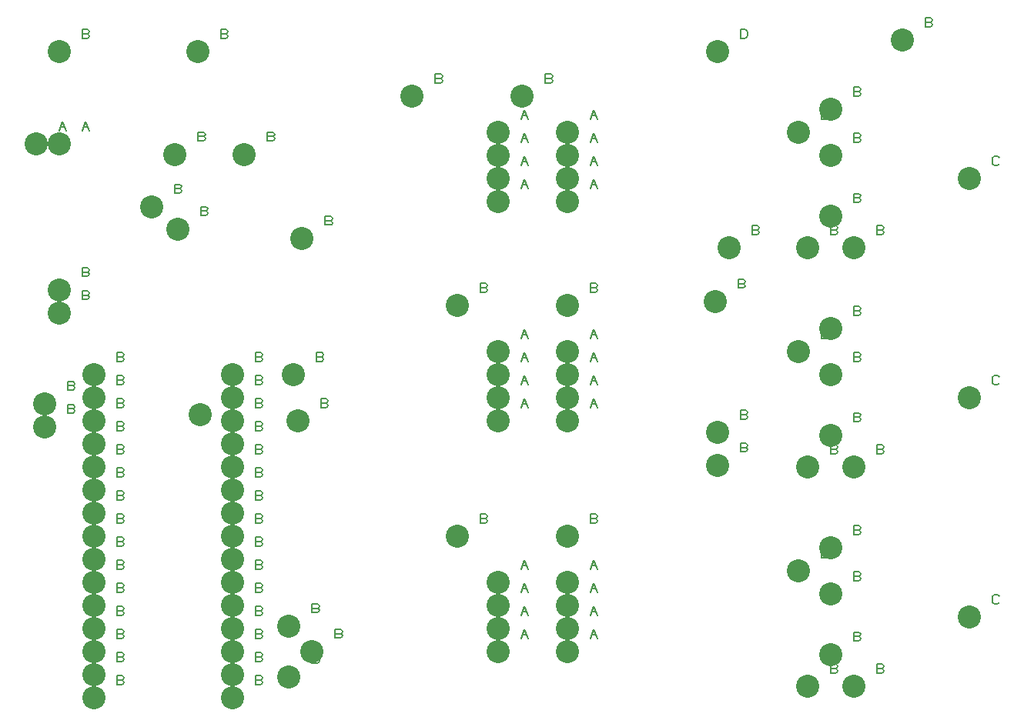
<source format=gbr>
G04 EasyPC Gerber Version 20.0.2 Build 4112 *
G04 #@! TF.Part,Single*
%FSLAX35Y35*%
%MOIN*%
%ADD82C,0.00500*%
G04 #@! TA.AperFunction,ComponentPad*
%ADD85C,0.10000*%
X0Y0D02*
D02*
D82*
X53250Y274168D02*
X54813Y277918D01*
X56375Y274168*
X53875Y275730D02*
X55750D01*
X59213Y153578D02*
X59838Y153266D01*
X60151Y152641*
X59838Y152016*
X59213Y151703*
X57026*
Y155453*
X59213*
X59838Y155141*
X60151Y154516*
X59838Y153891*
X59213Y153578*
X57026*
X59213Y163578D02*
X59838Y163266D01*
X60151Y162641*
X59838Y162016*
X59213Y161703*
X57026*
Y165453*
X59213*
X59838Y165141*
X60151Y164516*
X59838Y163891*
X59213Y163578*
X57026*
X65437Y202874D02*
X66063Y202561D01*
X66375Y201936*
X66063Y201311*
X65437Y200998*
X63250*
Y204748*
X65437*
X66063Y204436*
X66375Y203811*
X66063Y203186*
X65437Y202874*
X63250*
X65437Y212874D02*
X66063Y212561D01*
X66375Y211936*
X66063Y211311*
X65437Y210998*
X63250*
Y214748*
X65437*
X66063Y214436*
X66375Y213811*
X66063Y213186*
X65437Y212874*
X63250*
Y274168D02*
X64813Y277918D01*
X66375Y274168*
X63875Y275730D02*
X65750D01*
X65437Y316043D02*
X66063Y315730D01*
X66375Y315106*
X66063Y314480*
X65437Y314168*
X63250*
Y317918*
X65437*
X66063Y317606*
X66375Y316980*
X66063Y316356*
X65437Y316043*
X63250*
X80437Y36043D02*
X81063Y35730D01*
X81375Y35106*
X81063Y34480*
X80437Y34168*
X78250*
Y37918*
X80437*
X81063Y37606*
X81375Y36980*
X81063Y36356*
X80437Y36043*
X78250*
X80437Y46043D02*
X81063Y45730D01*
X81375Y45106*
X81063Y44480*
X80437Y44168*
X78250*
Y47918*
X80437*
X81063Y47606*
X81375Y46980*
X81063Y46356*
X80437Y46043*
X78250*
X80437Y56043D02*
X81063Y55730D01*
X81375Y55106*
X81063Y54480*
X80437Y54168*
X78250*
Y57918*
X80437*
X81063Y57606*
X81375Y56980*
X81063Y56356*
X80437Y56043*
X78250*
X80437Y66043D02*
X81063Y65730D01*
X81375Y65106*
X81063Y64480*
X80437Y64168*
X78250*
Y67918*
X80437*
X81063Y67606*
X81375Y66980*
X81063Y66356*
X80437Y66043*
X78250*
X80437Y76043D02*
X81063Y75730D01*
X81375Y75106*
X81063Y74480*
X80437Y74168*
X78250*
Y77918*
X80437*
X81063Y77606*
X81375Y76980*
X81063Y76356*
X80437Y76043*
X78250*
X80437Y86043D02*
X81063Y85730D01*
X81375Y85106*
X81063Y84480*
X80437Y84168*
X78250*
Y87918*
X80437*
X81063Y87606*
X81375Y86980*
X81063Y86356*
X80437Y86043*
X78250*
X80437Y96043D02*
X81063Y95730D01*
X81375Y95106*
X81063Y94480*
X80437Y94168*
X78250*
Y97918*
X80437*
X81063Y97606*
X81375Y96980*
X81063Y96356*
X80437Y96043*
X78250*
X80437Y106043D02*
X81063Y105730D01*
X81375Y105106*
X81063Y104480*
X80437Y104168*
X78250*
Y107918*
X80437*
X81063Y107606*
X81375Y106980*
X81063Y106356*
X80437Y106043*
X78250*
X80437Y116043D02*
X81063Y115730D01*
X81375Y115106*
X81063Y114480*
X80437Y114168*
X78250*
Y117918*
X80437*
X81063Y117606*
X81375Y116980*
X81063Y116356*
X80437Y116043*
X78250*
X80437Y126043D02*
X81063Y125730D01*
X81375Y125106*
X81063Y124480*
X80437Y124168*
X78250*
Y127918*
X80437*
X81063Y127606*
X81375Y126980*
X81063Y126356*
X80437Y126043*
X78250*
X80437Y136043D02*
X81063Y135730D01*
X81375Y135106*
X81063Y134480*
X80437Y134168*
X78250*
Y137918*
X80437*
X81063Y137606*
X81375Y136980*
X81063Y136356*
X80437Y136043*
X78250*
X80437Y146043D02*
X81063Y145730D01*
X81375Y145106*
X81063Y144480*
X80437Y144168*
X78250*
Y147918*
X80437*
X81063Y147606*
X81375Y146980*
X81063Y146356*
X80437Y146043*
X78250*
X80437Y156043D02*
X81063Y155730D01*
X81375Y155106*
X81063Y154480*
X80437Y154168*
X78250*
Y157918*
X80437*
X81063Y157606*
X81375Y156980*
X81063Y156356*
X80437Y156043*
X78250*
X80437Y166043D02*
X81063Y165730D01*
X81375Y165106*
X81063Y164480*
X80437Y164168*
X78250*
Y167918*
X80437*
X81063Y167606*
X81375Y166980*
X81063Y166356*
X80437Y166043*
X78250*
X80437Y176043D02*
X81063Y175730D01*
X81375Y175106*
X81063Y174480*
X80437Y174168*
X78250*
Y177918*
X80437*
X81063Y177606*
X81375Y176980*
X81063Y176356*
X80437Y176043*
X78250*
X105437Y248968D02*
X106063Y248656D01*
X106375Y248031*
X106063Y247406*
X105437Y247093*
X103250*
Y250843*
X105437*
X106063Y250531*
X106375Y249906*
X106063Y249281*
X105437Y248968*
X103250*
X115662Y271602D02*
X116287Y271289D01*
X116600Y270665*
X116287Y270039*
X115662Y269727*
X113474*
Y273477*
X115662*
X116287Y273165*
X116600Y272539*
X116287Y271915*
X115662Y271602*
X113474*
X116729Y239303D02*
X117354Y238990D01*
X117667Y238365*
X117354Y237740*
X116729Y237428*
X114541*
Y241178*
X116729*
X117354Y240865*
X117667Y240240*
X117354Y239615*
X116729Y239303*
X114541*
X125437Y316043D02*
X126063Y315730D01*
X126375Y315106*
X126063Y314480*
X125437Y314168*
X123250*
Y317918*
X125437*
X126063Y317606*
X126375Y316980*
X126063Y316356*
X125437Y316043*
X123250*
X126634Y158732D02*
X127259Y158419D01*
X127572Y157794*
X127259Y157169*
X126634Y156857*
X124447*
Y160607*
X126634*
X127259Y160294*
X127572Y159669*
X127259Y159044*
X126634Y158732*
X124447*
X140437Y36043D02*
X141063Y35730D01*
X141375Y35106*
X141063Y34480*
X140437Y34168*
X138250*
Y37918*
X140437*
X141063Y37606*
X141375Y36980*
X141063Y36356*
X140437Y36043*
X138250*
X140437Y46043D02*
X141063Y45730D01*
X141375Y45106*
X141063Y44480*
X140437Y44168*
X138250*
Y47918*
X140437*
X141063Y47606*
X141375Y46980*
X141063Y46356*
X140437Y46043*
X138250*
X140437Y56043D02*
X141063Y55730D01*
X141375Y55106*
X141063Y54480*
X140437Y54168*
X138250*
Y57918*
X140437*
X141063Y57606*
X141375Y56980*
X141063Y56356*
X140437Y56043*
X138250*
X140437Y66043D02*
X141063Y65730D01*
X141375Y65106*
X141063Y64480*
X140437Y64168*
X138250*
Y67918*
X140437*
X141063Y67606*
X141375Y66980*
X141063Y66356*
X140437Y66043*
X138250*
X140437Y76043D02*
X141063Y75730D01*
X141375Y75106*
X141063Y74480*
X140437Y74168*
X138250*
Y77918*
X140437*
X141063Y77606*
X141375Y76980*
X141063Y76356*
X140437Y76043*
X138250*
X140437Y86043D02*
X141063Y85730D01*
X141375Y85106*
X141063Y84480*
X140437Y84168*
X138250*
Y87918*
X140437*
X141063Y87606*
X141375Y86980*
X141063Y86356*
X140437Y86043*
X138250*
X140437Y96043D02*
X141063Y95730D01*
X141375Y95106*
X141063Y94480*
X140437Y94168*
X138250*
Y97918*
X140437*
X141063Y97606*
X141375Y96980*
X141063Y96356*
X140437Y96043*
X138250*
X140437Y106043D02*
X141063Y105730D01*
X141375Y105106*
X141063Y104480*
X140437Y104168*
X138250*
Y107918*
X140437*
X141063Y107606*
X141375Y106980*
X141063Y106356*
X140437Y106043*
X138250*
X140437Y116043D02*
X141063Y115730D01*
X141375Y115106*
X141063Y114480*
X140437Y114168*
X138250*
Y117918*
X140437*
X141063Y117606*
X141375Y116980*
X141063Y116356*
X140437Y116043*
X138250*
X140437Y126043D02*
X141063Y125730D01*
X141375Y125106*
X141063Y124480*
X140437Y124168*
X138250*
Y127918*
X140437*
X141063Y127606*
X141375Y126980*
X141063Y126356*
X140437Y126043*
X138250*
X140437Y136043D02*
X141063Y135730D01*
X141375Y135106*
X141063Y134480*
X140437Y134168*
X138250*
Y137918*
X140437*
X141063Y137606*
X141375Y136980*
X141063Y136356*
X140437Y136043*
X138250*
X140437Y146043D02*
X141063Y145730D01*
X141375Y145106*
X141063Y144480*
X140437Y144168*
X138250*
Y147918*
X140437*
X141063Y147606*
X141375Y146980*
X141063Y146356*
X140437Y146043*
X138250*
X140437Y156043D02*
X141063Y155730D01*
X141375Y155106*
X141063Y154480*
X140437Y154168*
X138250*
Y157918*
X140437*
X141063Y157606*
X141375Y156980*
X141063Y156356*
X140437Y156043*
X138250*
X140437Y166043D02*
X141063Y165730D01*
X141375Y165106*
X141063Y164480*
X140437Y164168*
X138250*
Y167918*
X140437*
X141063Y167606*
X141375Y166980*
X141063Y166356*
X140437Y166043*
X138250*
X140437Y176043D02*
X141063Y175730D01*
X141375Y175106*
X141063Y174480*
X140437Y174168*
X138250*
Y177918*
X140437*
X141063Y177606*
X141375Y176980*
X141063Y176356*
X140437Y176043*
X138250*
X145662Y271602D02*
X146287Y271289D01*
X146600Y270665*
X146287Y270039*
X145662Y269727*
X143474*
Y273477*
X145662*
X146287Y273165*
X146600Y272539*
X146287Y271915*
X145662Y271602*
X143474*
X165000Y45173D02*
X165626Y44860D01*
X165938Y44235*
X165626Y43610*
X165000Y43298*
X162813*
Y47048*
X165000*
X165626Y46735*
X165938Y46110*
X165626Y45485*
X165000Y45173*
X162813*
X165000Y67181D02*
X165626Y66868D01*
X165938Y66243*
X165626Y65618*
X165000Y65306*
X162813*
Y69056*
X165000*
X165626Y68743*
X165938Y68118*
X165626Y67493*
X165000Y67181*
X162813*
X166867Y176043D02*
X167492Y175730D01*
X167804Y175106*
X167492Y174480*
X166867Y174168*
X164679*
Y177918*
X166867*
X167492Y177606*
X167804Y176980*
X167492Y176356*
X166867Y176043*
X164679*
X168819Y156043D02*
X169444Y155730D01*
X169757Y155106*
X169444Y154480*
X168819Y154168*
X166632*
Y157918*
X168819*
X169444Y157606*
X169757Y156980*
X169444Y156356*
X168819Y156043*
X166632*
X170638Y235118D02*
X171263Y234805D01*
X171576Y234180*
X171263Y233555*
X170638Y233243*
X168451*
Y236993*
X170638*
X171263Y236680*
X171576Y236055*
X171263Y235430*
X170638Y235118*
X168451*
X175032Y56177D02*
X175657Y55864D01*
X175970Y55239*
X175657Y54614*
X175032Y54302*
X172844*
Y58052*
X175032*
X175657Y57739*
X175970Y57114*
X175657Y56489*
X175032Y56177*
X172844*
X218369Y296716D02*
X218994Y296404D01*
X219307Y295779*
X218994Y295154*
X218369Y294841*
X216181*
Y298591*
X218369*
X218994Y298279*
X219307Y297654*
X218994Y297029*
X218369Y296716*
X216181*
X237837Y106043D02*
X238463Y105730D01*
X238775Y105106*
X238463Y104480*
X237837Y104168*
X235650*
Y107918*
X237837*
X238463Y107606*
X238775Y106980*
X238463Y106356*
X237837Y106043*
X235650*
X237837Y206043D02*
X238463Y205730D01*
X238775Y205106*
X238463Y204480*
X237837Y204168*
X235650*
Y207918*
X237837*
X238463Y207606*
X238775Y206980*
X238463Y206356*
X237837Y206043*
X235650*
X253250Y54168D02*
X254813Y57918D01*
X256375Y54168*
X253875Y55730D02*
X255750D01*
X253250Y64168D02*
X254813Y67918D01*
X256375Y64168*
X253875Y65730D02*
X255750D01*
X253250Y74168D02*
X254813Y77918D01*
X256375Y74168*
X253875Y75730D02*
X255750D01*
X253250Y84168D02*
X254813Y87918D01*
X256375Y84168*
X253875Y85730D02*
X255750D01*
X253250Y154168D02*
X254813Y157918D01*
X256375Y154168*
X253875Y155730D02*
X255750D01*
X253250Y164168D02*
X254813Y167918D01*
X256375Y164168*
X253875Y165730D02*
X255750D01*
X253250Y174168D02*
X254813Y177918D01*
X256375Y174168*
X253875Y175730D02*
X255750D01*
X253250Y184168D02*
X254813Y187918D01*
X256375Y184168*
X253875Y185730D02*
X255750D01*
X253250Y249168D02*
X254813Y252918D01*
X256375Y249168*
X253875Y250730D02*
X255750D01*
X253250Y259168D02*
X254813Y262918D01*
X256375Y259168*
X253875Y260730D02*
X255750D01*
X253250Y269168D02*
X254813Y272918D01*
X256375Y269168*
X253875Y270730D02*
X255750D01*
X253250Y279168D02*
X254813Y282918D01*
X256375Y279168*
X253875Y280730D02*
X255750D01*
X265969Y296716D02*
X266594Y296404D01*
X266907Y295779*
X266594Y295154*
X265969Y294841*
X263781*
Y298591*
X265969*
X266594Y298279*
X266907Y297654*
X266594Y297029*
X265969Y296716*
X263781*
X283250Y54168D02*
X284813Y57918D01*
X286375Y54168*
X283875Y55730D02*
X285750D01*
X283250Y64168D02*
X284813Y67918D01*
X286375Y64168*
X283875Y65730D02*
X285750D01*
X283250Y74168D02*
X284813Y77918D01*
X286375Y74168*
X283875Y75730D02*
X285750D01*
X283250Y84168D02*
X284813Y87918D01*
X286375Y84168*
X283875Y85730D02*
X285750D01*
X285437Y106043D02*
X286063Y105730D01*
X286375Y105106*
X286063Y104480*
X285437Y104168*
X283250*
Y107918*
X285437*
X286063Y107606*
X286375Y106980*
X286063Y106356*
X285437Y106043*
X283250*
Y154168D02*
X284813Y157918D01*
X286375Y154168*
X283875Y155730D02*
X285750D01*
X283250Y164168D02*
X284813Y167918D01*
X286375Y164168*
X283875Y165730D02*
X285750D01*
X283250Y174168D02*
X284813Y177918D01*
X286375Y174168*
X283875Y175730D02*
X285750D01*
X283250Y184168D02*
X284813Y187918D01*
X286375Y184168*
X283875Y185730D02*
X285750D01*
X285437Y206043D02*
X286063Y205730D01*
X286375Y205106*
X286063Y204480*
X285437Y204168*
X283250*
Y207918*
X285437*
X286063Y207606*
X286375Y206980*
X286063Y206356*
X285437Y206043*
X283250*
Y249168D02*
X284813Y252918D01*
X286375Y249168*
X283875Y250730D02*
X285750D01*
X283250Y259168D02*
X284813Y262918D01*
X286375Y259168*
X283875Y260730D02*
X285750D01*
X283250Y269168D02*
X284813Y272918D01*
X286375Y269168*
X283875Y270730D02*
X285750D01*
X283250Y279168D02*
X284813Y282918D01*
X286375Y279168*
X283875Y280730D02*
X285750D01*
X349477Y207799D02*
X350102Y207486D01*
X350415Y206861*
X350102Y206236*
X349477Y205924*
X347289*
Y209674*
X349477*
X350102Y209361*
X350415Y208736*
X350102Y208111*
X349477Y207799*
X347289*
X350437Y136838D02*
X351063Y136526D01*
X351375Y135901*
X351063Y135276*
X350437Y134963*
X348250*
Y138713*
X350437*
X351063Y138401*
X351375Y137776*
X351063Y137151*
X350437Y136838*
X348250*
X350437Y151043D02*
X351063Y150730D01*
X351375Y150106*
X351063Y149480*
X350437Y149168*
X348250*
Y152918*
X350437*
X351063Y152606*
X351375Y151980*
X351063Y151356*
X350437Y151043*
X348250*
Y314168D02*
Y317918D01*
X350125*
X350750Y317606*
X351063Y317293*
X351375Y316668*
Y315418*
X351063Y314793*
X350750Y314480*
X350125Y314168*
X348250*
X355437Y231043D02*
X356063Y230730D01*
X356375Y230106*
X356063Y229480*
X355437Y229168*
X353250*
Y232918*
X355437*
X356063Y232606*
X356375Y231980*
X356063Y231356*
X355437Y231043*
X353250*
X385437Y91043D02*
X386063Y90730D01*
X386375Y90106*
X386063Y89480*
X385437Y89168*
X383250*
Y92918*
X385437*
X386063Y92606*
X386375Y91980*
X386063Y91356*
X385437Y91043*
X383250*
X385437Y186043D02*
X386063Y185730D01*
X386375Y185106*
X386063Y184480*
X385437Y184168*
X383250*
Y187918*
X385437*
X386063Y187606*
X386375Y186980*
X386063Y186356*
X385437Y186043*
X383250*
X385437Y281043D02*
X386063Y280730D01*
X386375Y280106*
X386063Y279480*
X385437Y279168*
X383250*
Y282918*
X385437*
X386063Y282606*
X386375Y281980*
X386063Y281356*
X385437Y281043*
X383250*
X389394Y41043D02*
X390019Y40730D01*
X390332Y40106*
X390019Y39480*
X389394Y39168*
X387207*
Y42918*
X389394*
X390019Y42606*
X390332Y41980*
X390019Y41356*
X389394Y41043*
X387207*
X389394Y136043D02*
X390019Y135730D01*
X390332Y135106*
X390019Y134480*
X389394Y134168*
X387207*
Y137918*
X389394*
X390019Y137606*
X390332Y136980*
X390019Y136356*
X389394Y136043*
X387207*
X389394Y231043D02*
X390019Y230730D01*
X390332Y230106*
X390019Y229480*
X389394Y229168*
X387207*
Y232918*
X389394*
X390019Y232606*
X390332Y231980*
X390019Y231356*
X389394Y231043*
X387207*
X399394Y55000D02*
X400019Y54687D01*
X400332Y54062*
X400019Y53437*
X399394Y53124*
X397207*
Y56874*
X399394*
X400019Y56562*
X400332Y55937*
X400019Y55312*
X399394Y55000*
X397207*
X399394Y81043D02*
X400019Y80730D01*
X400332Y80106*
X400019Y79480*
X399394Y79168*
X397207*
Y82918*
X399394*
X400019Y82606*
X400332Y81980*
X400019Y81356*
X399394Y81043*
X397207*
X399394Y101043D02*
X400019Y100730D01*
X400332Y100106*
X400019Y99480*
X399394Y99168*
X397207*
Y102918*
X399394*
X400019Y102606*
X400332Y101980*
X400019Y101356*
X399394Y101043*
X397207*
X399394Y150000D02*
X400019Y149687D01*
X400332Y149062*
X400019Y148437*
X399394Y148124*
X397207*
Y151874*
X399394*
X400019Y151562*
X400332Y150937*
X400019Y150312*
X399394Y150000*
X397207*
X399394Y176043D02*
X400019Y175730D01*
X400332Y175106*
X400019Y174480*
X399394Y174168*
X397207*
Y177918*
X399394*
X400019Y177606*
X400332Y176980*
X400019Y176356*
X399394Y176043*
X397207*
X399394Y196043D02*
X400019Y195730D01*
X400332Y195106*
X400019Y194480*
X399394Y194168*
X397207*
Y197918*
X399394*
X400019Y197606*
X400332Y196980*
X400019Y196356*
X399394Y196043*
X397207*
X399394Y245000D02*
X400019Y244687D01*
X400332Y244062*
X400019Y243437*
X399394Y243124*
X397207*
Y246874*
X399394*
X400019Y246562*
X400332Y245937*
X400019Y245312*
X399394Y245000*
X397207*
X399394Y271043D02*
X400019Y270730D01*
X400332Y270106*
X400019Y269480*
X399394Y269168*
X397207*
Y272918*
X399394*
X400019Y272606*
X400332Y271980*
X400019Y271356*
X399394Y271043*
X397207*
X399394Y291043D02*
X400019Y290730D01*
X400332Y290106*
X400019Y289480*
X399394Y289168*
X397207*
Y292918*
X399394*
X400019Y292606*
X400332Y291980*
X400019Y291356*
X399394Y291043*
X397207*
X409394Y41043D02*
X410019Y40730D01*
X410332Y40106*
X410019Y39480*
X409394Y39168*
X407207*
Y42918*
X409394*
X410019Y42606*
X410332Y41980*
X410019Y41356*
X409394Y41043*
X407207*
X409394Y136043D02*
X410019Y135730D01*
X410332Y135106*
X410019Y134480*
X409394Y134168*
X407207*
Y137918*
X409394*
X410019Y137606*
X410332Y136980*
X410019Y136356*
X409394Y136043*
X407207*
X409394Y231043D02*
X410019Y230730D01*
X410332Y230106*
X410019Y229480*
X409394Y229168*
X407207*
Y232918*
X409394*
X410019Y232606*
X410332Y231980*
X410019Y231356*
X409394Y231043*
X407207*
X430437Y321043D02*
X431063Y320730D01*
X431375Y320106*
X431063Y319480*
X430437Y319168*
X428250*
Y322918*
X430437*
X431063Y322606*
X431375Y321980*
X431063Y321356*
X430437Y321043*
X428250*
X460332Y69793D02*
X460019Y69480D01*
X459394Y69168*
X458457*
X457832Y69480*
X457519Y69793*
X457207Y70418*
Y71668*
X457519Y72293*
X457832Y72606*
X458457Y72918*
X459394*
X460019Y72606*
X460332Y72293*
Y164793D02*
X460019Y164480D01*
X459394Y164168*
X458457*
X457832Y164480*
X457519Y164793*
X457207Y165418*
Y166668*
X457519Y167293*
X457832Y167606*
X458457Y167918*
X459394*
X460019Y167606*
X460332Y167293*
Y259793D02*
X460019Y259480D01*
X459394Y259168*
X458457*
X457832Y259480*
X457519Y259793*
X457207Y260418*
Y261668*
X457519Y262293*
X457832Y262606*
X458457Y262918*
X459394*
X460019Y262606*
X460332Y262293*
D02*
D85*
X43250Y268230D03*
X47026Y145766D03*
Y155766D03*
X53250Y195061D03*
Y205061D03*
Y268230D03*
Y308230D03*
X68250Y28230D03*
Y38230D03*
Y48230D03*
Y58230D03*
Y68230D03*
Y78230D03*
Y88230D03*
Y98230D03*
Y108230D03*
Y118230D03*
Y128230D03*
Y138230D03*
Y148230D03*
Y158230D03*
Y168230D03*
X93250Y241156D03*
X103474Y263789D03*
X104541Y231490D03*
X113250Y308230D03*
X114447Y150919D03*
X128250Y28230D03*
Y38230D03*
Y48230D03*
Y58230D03*
Y68230D03*
Y78230D03*
Y88230D03*
Y98230D03*
Y108230D03*
Y118230D03*
Y128230D03*
Y138230D03*
Y148230D03*
Y158230D03*
Y168230D03*
X133474Y263789D03*
X152813Y37360D03*
Y59368D03*
X154679Y168230D03*
X156632Y148230D03*
X158451Y227305D03*
X162844Y48364D03*
X206181Y288904D03*
X225650Y98230D03*
Y198230D03*
X243250Y48230D03*
Y58230D03*
Y68230D03*
Y78230D03*
Y148230D03*
Y158230D03*
Y168230D03*
Y178230D03*
Y243230D03*
Y253230D03*
Y263230D03*
Y273230D03*
X253781Y288904D03*
X273250Y48230D03*
Y58230D03*
Y68230D03*
Y78230D03*
Y98230D03*
Y148230D03*
Y158230D03*
Y168230D03*
Y178230D03*
Y198230D03*
Y243230D03*
Y253230D03*
Y263230D03*
Y273230D03*
X337289Y199986D03*
X338250Y129026D03*
Y143230D03*
Y308230D03*
X343250Y223230D03*
X373250Y83230D03*
Y178230D03*
Y273230D03*
X377207Y33230D03*
Y128230D03*
Y223230D03*
X387207Y47187D03*
Y73230D03*
Y93230D03*
Y142187D03*
Y168230D03*
Y188230D03*
Y237187D03*
Y263230D03*
Y283230D03*
X397207Y33230D03*
Y128230D03*
Y223230D03*
X418250Y313230D03*
X447207Y63230D03*
Y158230D03*
Y253230D03*
X0Y0D02*
M02*

</source>
